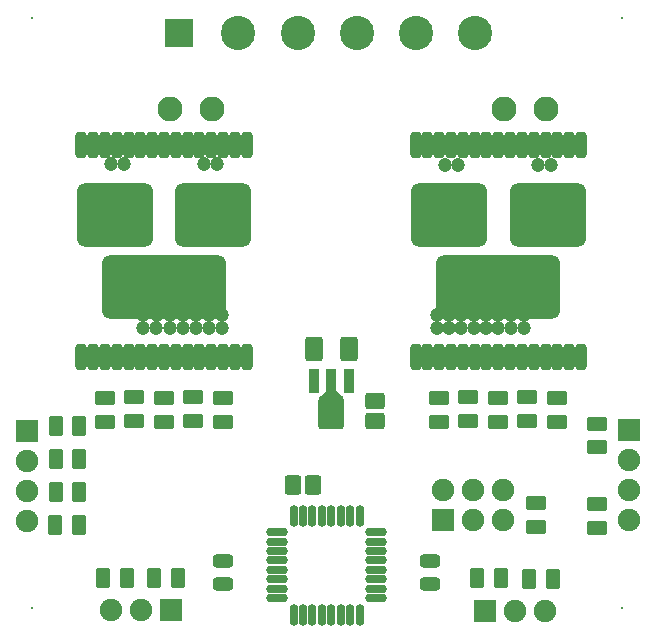
<source format=gts>
G04 Layer_Color=8388736*
%FSLAX43Y43*%
%MOMM*%
G71*
G01*
G75*
G04:AMPARAMS|DCode=48|XSize=1.413mm|YSize=1.663mm|CornerRadius=0.253mm|HoleSize=0mm|Usage=FLASHONLY|Rotation=180.000|XOffset=0mm|YOffset=0mm|HoleType=Round|Shape=RoundedRectangle|*
%AMROUNDEDRECTD48*
21,1,1.413,1.157,0,0,180.0*
21,1,0.907,1.663,0,0,180.0*
1,1,0.506,-0.454,0.579*
1,1,0.506,0.454,0.579*
1,1,0.506,0.454,-0.579*
1,1,0.506,-0.454,-0.579*
%
%ADD48ROUNDEDRECTD48*%
G04:AMPARAMS|DCode=49|XSize=1.733mm|YSize=1.223mm|CornerRadius=0.229mm|HoleSize=0mm|Usage=FLASHONLY|Rotation=90.000|XOffset=0mm|YOffset=0mm|HoleType=Round|Shape=RoundedRectangle|*
%AMROUNDEDRECTD49*
21,1,1.733,0.765,0,0,90.0*
21,1,1.275,1.223,0,0,90.0*
1,1,0.458,0.383,0.637*
1,1,0.458,0.383,-0.637*
1,1,0.458,-0.383,-0.637*
1,1,0.458,-0.383,0.637*
%
%ADD49ROUNDEDRECTD49*%
%ADD50O,1.853X0.753*%
%ADD51O,0.753X1.853*%
G04:AMPARAMS|DCode=52|XSize=0.943mm|YSize=2.213mm|CornerRadius=0.287mm|HoleSize=0mm|Usage=FLASHONLY|Rotation=0.000|XOffset=0mm|YOffset=0mm|HoleType=Round|Shape=RoundedRectangle|*
%AMROUNDEDRECTD52*
21,1,0.943,1.640,0,0,0.0*
21,1,0.370,2.213,0,0,0.0*
1,1,0.573,0.185,-0.820*
1,1,0.573,-0.185,-0.820*
1,1,0.573,-0.185,0.820*
1,1,0.573,0.185,0.820*
%
%ADD52ROUNDEDRECTD52*%
G04:AMPARAMS|DCode=53|XSize=10.503mm|YSize=5.453mm|CornerRadius=0.758mm|HoleSize=0mm|Usage=FLASHONLY|Rotation=0.000|XOffset=0mm|YOffset=0mm|HoleType=Round|Shape=RoundedRectangle|*
%AMROUNDEDRECTD53*
21,1,10.503,3.938,0,0,0.0*
21,1,8.988,5.453,0,0,0.0*
1,1,1.516,4.494,-1.969*
1,1,1.516,-4.494,-1.969*
1,1,1.516,-4.494,1.969*
1,1,1.516,4.494,1.969*
%
%ADD53ROUNDEDRECTD53*%
G04:AMPARAMS|DCode=54|XSize=6.433mm|YSize=5.453mm|CornerRadius=0.758mm|HoleSize=0mm|Usage=FLASHONLY|Rotation=0.000|XOffset=0mm|YOffset=0mm|HoleType=Round|Shape=RoundedRectangle|*
%AMROUNDEDRECTD54*
21,1,6.433,3.938,0,0,0.0*
21,1,4.918,5.453,0,0,0.0*
1,1,1.516,2.459,-1.969*
1,1,1.516,-2.459,-1.969*
1,1,1.516,-2.459,1.969*
1,1,1.516,2.459,1.969*
%
%ADD54ROUNDEDRECTD54*%
G04:AMPARAMS|DCode=55|XSize=1.733mm|YSize=1.223mm|CornerRadius=0.229mm|HoleSize=0mm|Usage=FLASHONLY|Rotation=180.000|XOffset=0mm|YOffset=0mm|HoleType=Round|Shape=RoundedRectangle|*
%AMROUNDEDRECTD55*
21,1,1.733,0.765,0,0,180.0*
21,1,1.275,1.223,0,0,180.0*
1,1,0.458,-0.637,0.383*
1,1,0.458,0.637,0.383*
1,1,0.458,0.637,-0.383*
1,1,0.458,-0.637,-0.383*
%
%ADD55ROUNDEDRECTD55*%
G04:AMPARAMS|DCode=56|XSize=1.113mm|YSize=1.663mm|CornerRadius=0.215mm|HoleSize=0mm|Usage=FLASHONLY|Rotation=90.000|XOffset=0mm|YOffset=0mm|HoleType=Round|Shape=RoundedRectangle|*
%AMROUNDEDRECTD56*
21,1,1.113,1.232,0,0,90.0*
21,1,0.683,1.663,0,0,90.0*
1,1,0.431,0.616,0.341*
1,1,0.431,0.616,-0.341*
1,1,0.431,-0.616,-0.341*
1,1,0.431,-0.616,0.341*
%
%ADD56ROUNDEDRECTD56*%
G04:AMPARAMS|DCode=57|XSize=1.483mm|YSize=2.073mm|CornerRadius=0.262mm|HoleSize=0mm|Usage=FLASHONLY|Rotation=180.000|XOffset=0mm|YOffset=0mm|HoleType=Round|Shape=RoundedRectangle|*
%AMROUNDEDRECTD57*
21,1,1.483,1.550,0,0,180.0*
21,1,0.960,2.073,0,0,180.0*
1,1,0.523,-0.480,0.775*
1,1,0.523,0.480,0.775*
1,1,0.523,0.480,-0.775*
1,1,0.523,-0.480,-0.775*
%
%ADD57ROUNDEDRECTD57*%
G04:AMPARAMS|DCode=58|XSize=1.413mm|YSize=1.663mm|CornerRadius=0.253mm|HoleSize=0mm|Usage=FLASHONLY|Rotation=90.000|XOffset=0mm|YOffset=0mm|HoleType=Round|Shape=RoundedRectangle|*
%AMROUNDEDRECTD58*
21,1,1.413,1.157,0,0,90.0*
21,1,0.907,1.663,0,0,90.0*
1,1,0.506,0.579,0.454*
1,1,0.506,0.579,-0.454*
1,1,0.506,-0.579,-0.454*
1,1,0.506,-0.579,0.454*
%
%ADD58ROUNDEDRECTD58*%
G04:AMPARAMS|DCode=59|XSize=0.903mm|YSize=2.073mm|CornerRadius=0.189mm|HoleSize=0mm|Usage=FLASHONLY|Rotation=180.000|XOffset=0mm|YOffset=0mm|HoleType=Round|Shape=RoundedRectangle|*
%AMROUNDEDRECTD59*
21,1,0.903,1.695,0,0,180.0*
21,1,0.525,2.073,0,0,180.0*
1,1,0.378,-0.263,0.848*
1,1,0.378,0.263,0.848*
1,1,0.378,0.263,-0.848*
1,1,0.378,-0.263,-0.848*
%
%ADD59ROUNDEDRECTD59*%
%ADD60R,1.903X1.903*%
%ADD61C,1.903*%
%ADD62R,1.903X1.903*%
%ADD63C,2.103*%
%ADD64C,2.903*%
%ADD65R,2.403X2.403*%
%ADD66C,0.203*%
%ADD67C,1.203*%
G36*
X28926Y21825D02*
X28928Y21824D01*
X28939Y21822D01*
X28951Y21818D01*
X28963Y21812D01*
D01*
X28963Y21812D01*
X28975Y21804D01*
X28983Y21797D01*
X28985Y21796D01*
Y21796D01*
X28985D01*
X29514Y21266D01*
X29514Y21266D01*
X29514Y21266D01*
X29554Y21226D01*
X29557Y21223D01*
X29559Y21221D01*
X29561Y21218D01*
X29563Y21216D01*
X29565Y21213D01*
X29567Y21210D01*
X29631Y21115D01*
X29633Y21112D01*
X29634Y21109D01*
X29636Y21106D01*
X29638Y21103D01*
X29639Y21100D01*
X29640Y21097D01*
X29684Y20991D01*
X29685Y20988D01*
X29687Y20985D01*
X29687Y20982D01*
X29689Y20978D01*
X29689Y20975D01*
X29690Y20972D01*
X29712Y20859D01*
X29713Y20856D01*
X29713Y20853D01*
X29714Y20849D01*
X29714Y20846D01*
X29714Y20843D01*
X29714Y20839D01*
X29714Y20782D01*
X29714Y20782D01*
X29714Y18824D01*
X29714Y18824D01*
X29714Y18823D01*
X29714Y18764D01*
X29714Y18758D01*
X29714Y18751D01*
X29714Y18751D01*
Y18751D01*
X29712Y18745D01*
X29711Y18737D01*
X29711Y18737D01*
X29711Y18737D01*
X29709Y18733D01*
X29707Y18725D01*
X29661Y18615D01*
X29658Y18609D01*
X29655Y18603D01*
X29655Y18603D01*
X29655Y18603D01*
X29648Y18592D01*
X29641Y18584D01*
X29639Y18582D01*
X29639Y18582D01*
D01*
D01*
X29555Y18497D01*
X29551Y18494D01*
X29545Y18489D01*
X29545Y18489D01*
X29545Y18489D01*
X29541Y18486D01*
X29533Y18481D01*
X29533Y18481D01*
X29533Y18481D01*
X29527Y18478D01*
X29521Y18475D01*
X29521Y18475D01*
X29521Y18475D01*
X29521D01*
X29411Y18430D01*
X29403Y18427D01*
X29399Y18425D01*
X29399Y18425D01*
X29399Y18425D01*
X29391Y18424D01*
X29386Y18423D01*
X29386D01*
X29386Y18423D01*
X29378Y18422D01*
X29372Y18422D01*
X29313Y18422D01*
X29313Y18422D01*
X27913Y18422D01*
X27913D01*
X27913D01*
X27853Y18422D01*
X27840Y18423D01*
X27827Y18425D01*
X27818Y18428D01*
X27814Y18429D01*
X27704Y18475D01*
X27692Y18481D01*
X27687Y18484D01*
X27681Y18488D01*
X27675Y18493D01*
X27671Y18497D01*
X27671Y18497D01*
X27586Y18582D01*
X27586Y18582D01*
X27577Y18592D01*
X27570Y18603D01*
X27570Y18603D01*
D01*
X27564Y18615D01*
X27564Y18615D01*
X27519Y18725D01*
X27518Y18725D01*
X27514Y18737D01*
X27512Y18751D01*
X27511Y18764D01*
X27511Y18823D01*
X27511Y18823D01*
X27511Y20782D01*
Y20782D01*
Y20782D01*
X27511Y20840D01*
X27511Y20843D01*
Y20846D01*
X27511Y20849D01*
X27512Y20853D01*
X27512Y20856D01*
X27513Y20859D01*
X27535Y20972D01*
X27536Y20975D01*
X27537Y20978D01*
X27538Y20982D01*
X27539Y20985D01*
X27540Y20988D01*
X27541Y20991D01*
X27585Y21097D01*
X27586Y21100D01*
X27588Y21103D01*
X27589Y21106D01*
X27591Y21109D01*
X27593Y21112D01*
X27594Y21115D01*
X27658Y21210D01*
X27660Y21213D01*
X27662Y21216D01*
X27664Y21218D01*
X27666Y21221D01*
X27668Y21223D01*
X27671Y21226D01*
X27711Y21266D01*
X27711Y21266D01*
X28241Y21796D01*
X28243Y21798D01*
X28251Y21804D01*
X28262Y21812D01*
D01*
X28262Y21812D01*
X28274Y21818D01*
X28286Y21822D01*
X28286Y21822D01*
D01*
X28286Y21822D01*
X28291Y21823D01*
X28299Y21824D01*
X28313Y21825D01*
X28913Y21825D01*
X28913D01*
X28913D01*
X28926Y21825D01*
D02*
G37*
D48*
X27025Y13737D02*
D03*
X25335Y13737D02*
D03*
D49*
X5275Y18675D02*
D03*
X7290Y18675D02*
D03*
X7290Y13125D02*
D03*
X5275D02*
D03*
X7290Y15900D02*
D03*
X5275D02*
D03*
X5200Y10325D02*
D03*
X7215Y10325D02*
D03*
X13584Y5800D02*
D03*
X15598Y5800D02*
D03*
X42991Y5800D02*
D03*
X40976Y5800D02*
D03*
X11323Y5800D02*
D03*
X9308D02*
D03*
X45326Y5775D02*
D03*
X47341Y5775D02*
D03*
D50*
X24013Y4125D02*
D03*
Y4925D02*
D03*
Y5725D02*
D03*
X24012Y6525D02*
D03*
X24013Y7325D02*
D03*
X24013Y8125D02*
D03*
X24013Y8925D02*
D03*
X24012Y9725D02*
D03*
X32412Y9725D02*
D03*
X32412Y8925D02*
D03*
Y8125D02*
D03*
X32412Y7325D02*
D03*
X32412Y6525D02*
D03*
Y5725D02*
D03*
X32412Y4925D02*
D03*
Y4125D02*
D03*
D51*
X25412Y11125D02*
D03*
X26212Y11125D02*
D03*
X27012Y11125D02*
D03*
X27812Y11125D02*
D03*
X28612Y11125D02*
D03*
X29413Y11125D02*
D03*
X30212Y11125D02*
D03*
X31013Y11125D02*
D03*
X31013Y2725D02*
D03*
X30212Y2725D02*
D03*
X29412Y2725D02*
D03*
X28612Y2725D02*
D03*
X27812D02*
D03*
X27013Y2725D02*
D03*
X26212Y2725D02*
D03*
X25413Y2725D02*
D03*
D52*
X35750Y24525D02*
D03*
X36750Y24525D02*
D03*
X37750Y24525D02*
D03*
X38750Y24525D02*
D03*
X39750Y24525D02*
D03*
X40750Y24525D02*
D03*
X41750Y24525D02*
D03*
X42750Y24525D02*
D03*
X49750Y24515D02*
D03*
X43750Y24525D02*
D03*
X44750Y24530D02*
D03*
X45750Y24525D02*
D03*
X46750Y24525D02*
D03*
X47750Y24525D02*
D03*
X48750Y24525D02*
D03*
X49750Y42525D02*
D03*
X48750Y42525D02*
D03*
X47750Y42525D02*
D03*
X46750Y42525D02*
D03*
X45750Y42525D02*
D03*
X44750Y42525D02*
D03*
X43750Y42525D02*
D03*
X42750Y42525D02*
D03*
X41750Y42525D02*
D03*
X40750Y42525D02*
D03*
X39750Y42525D02*
D03*
X38750Y42525D02*
D03*
X37750Y42525D02*
D03*
X36750Y42525D02*
D03*
X35750Y42525D02*
D03*
X7450Y24525D02*
D03*
X8450D02*
D03*
X9450D02*
D03*
X10450D02*
D03*
X11450D02*
D03*
X12450D02*
D03*
X13450D02*
D03*
X14450D02*
D03*
X21450Y24515D02*
D03*
X15450Y24525D02*
D03*
X16450Y24530D02*
D03*
X17450Y24525D02*
D03*
X18450D02*
D03*
X19450D02*
D03*
X20450D02*
D03*
X21450Y42525D02*
D03*
X20450D02*
D03*
X19450D02*
D03*
X18450D02*
D03*
X17450D02*
D03*
X16450D02*
D03*
X15450D02*
D03*
X14450D02*
D03*
X13450D02*
D03*
X12450D02*
D03*
X11450D02*
D03*
X10450D02*
D03*
X9450D02*
D03*
X8450D02*
D03*
X7450D02*
D03*
D53*
X42750Y30475D02*
D03*
X14450D02*
D03*
D54*
X46915Y36575D02*
D03*
X38585D02*
D03*
X18615D02*
D03*
X10285D02*
D03*
D55*
X9450Y19041D02*
D03*
Y21056D02*
D03*
X19425Y19041D02*
D03*
Y21056D02*
D03*
X16906Y21131D02*
D03*
Y19116D02*
D03*
X11919Y21131D02*
D03*
Y19116D02*
D03*
X14438Y19041D02*
D03*
Y21056D02*
D03*
X37750Y19040D02*
D03*
Y21055D02*
D03*
X45206Y21130D02*
D03*
X45206Y19115D02*
D03*
X42738Y19040D02*
D03*
Y21055D02*
D03*
X47725Y19040D02*
D03*
Y21055D02*
D03*
X40219Y21130D02*
D03*
X40219Y19115D02*
D03*
X51100Y18919D02*
D03*
X51100Y16904D02*
D03*
X51125Y10104D02*
D03*
X51125Y12119D02*
D03*
X45900Y12188D02*
D03*
Y10173D02*
D03*
D56*
X19475Y5302D02*
D03*
X19475Y7252D02*
D03*
X36975Y5302D02*
D03*
X36975Y7252D02*
D03*
D57*
X27116Y25224D02*
D03*
X30116Y25224D02*
D03*
D58*
X32350Y20849D02*
D03*
Y19159D02*
D03*
D59*
X30113Y22524D02*
D03*
X28613D02*
D03*
X27113D02*
D03*
D60*
X53776Y18331D02*
D03*
X2833Y18320D02*
D03*
D61*
X53776Y15791D02*
D03*
Y13251D02*
D03*
Y10711D02*
D03*
X2833Y15780D02*
D03*
Y13240D02*
D03*
Y10700D02*
D03*
X44133Y3051D02*
D03*
X46673D02*
D03*
X12516Y3101D02*
D03*
X9976D02*
D03*
X40575Y10756D02*
D03*
X43115Y10756D02*
D03*
X43115Y13296D02*
D03*
X40575Y13296D02*
D03*
X38035Y13296D02*
D03*
D62*
X41593Y3051D02*
D03*
X15056Y3101D02*
D03*
X38035Y10756D02*
D03*
D63*
X14995Y45575D02*
D03*
X18495D02*
D03*
X43270D02*
D03*
X46770D02*
D03*
D64*
X35750Y52025D02*
D03*
X25750Y52025D02*
D03*
X20750Y52025D02*
D03*
X30750Y52025D02*
D03*
X40750D02*
D03*
D65*
X15750D02*
D03*
D66*
X3262Y53275D02*
D03*
X53262Y53275D02*
D03*
X53262Y3275D02*
D03*
X3263Y3275D02*
D03*
D67*
X37530Y28079D02*
D03*
Y27024D02*
D03*
X39577D02*
D03*
X40650D02*
D03*
Y28079D02*
D03*
X39577D02*
D03*
X38553Y27024D02*
D03*
Y28079D02*
D03*
X16062Y29126D02*
D03*
X16076Y30177D02*
D03*
X16091Y31227D02*
D03*
X16105Y32277D02*
D03*
X41723Y28079D02*
D03*
Y30188D02*
D03*
Y32298D02*
D03*
Y31243D02*
D03*
Y27024D02*
D03*
X42747Y28079D02*
D03*
Y29133D02*
D03*
Y30188D02*
D03*
Y31243D02*
D03*
X43820Y28079D02*
D03*
Y29133D02*
D03*
Y31243D02*
D03*
Y27024D02*
D03*
X44893Y32298D02*
D03*
Y31243D02*
D03*
Y30188D02*
D03*
Y29133D02*
D03*
Y28079D02*
D03*
X17150Y27026D02*
D03*
X19383D02*
D03*
X18267D02*
D03*
X18281Y28076D02*
D03*
X19398D02*
D03*
X16048D02*
D03*
X17164D02*
D03*
X12755Y32277D02*
D03*
X13872D02*
D03*
X14988D02*
D03*
X12741Y31227D02*
D03*
X13857D02*
D03*
X14974D02*
D03*
X12726Y30177D02*
D03*
X13843D02*
D03*
X14960D02*
D03*
X12712Y29126D02*
D03*
X13829D02*
D03*
X14945D02*
D03*
X14931Y28076D02*
D03*
X13814D02*
D03*
X12698D02*
D03*
X43837Y32298D02*
D03*
X42780D02*
D03*
X43820Y30188D02*
D03*
X41723Y29133D02*
D03*
X16033Y27026D02*
D03*
X18941Y40850D02*
D03*
X17841D02*
D03*
X11050D02*
D03*
X9950D02*
D03*
X12683Y27026D02*
D03*
X13800D02*
D03*
X14917D02*
D03*
X42747Y27024D02*
D03*
X44893D02*
D03*
X38250Y40849D02*
D03*
X39350D02*
D03*
X46141D02*
D03*
X47241D02*
D03*
M02*

</source>
